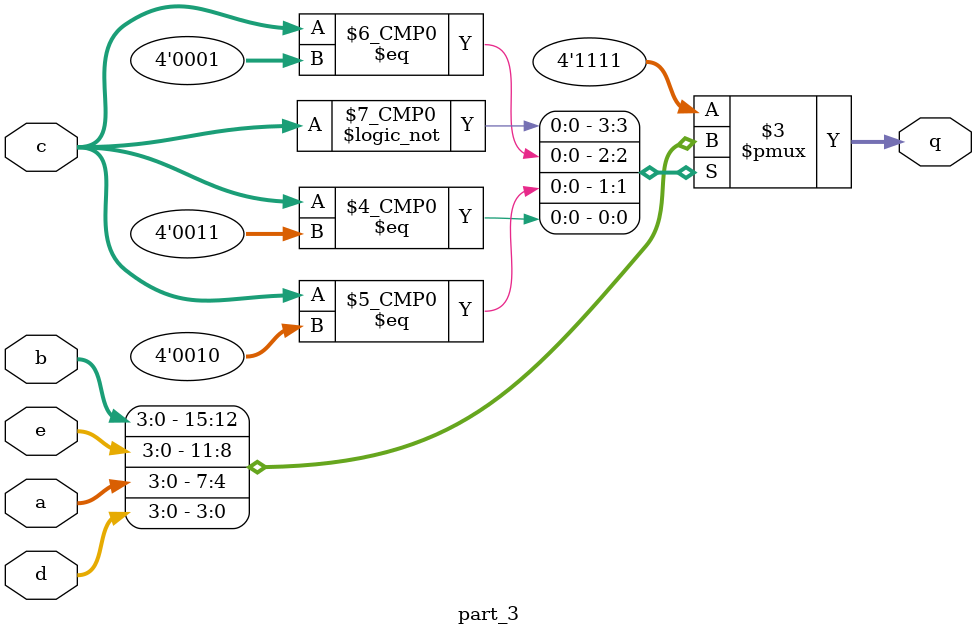
<source format=v>
module part_3(
    input [3:0] a, 
    input [3:0] b, 
    input [3:0] d, 
    input [3:0] e,
    input [3:0] c,
    output reg [3:0] q
);
    
  always @(*) begin
      case (c)
        4'h0: q = b;
        4'h1: q = e;
        4'h2: q = a;
        4'h3: q = d;
        default: q = 4'hf;
      endcase
  end

endmodule

</source>
